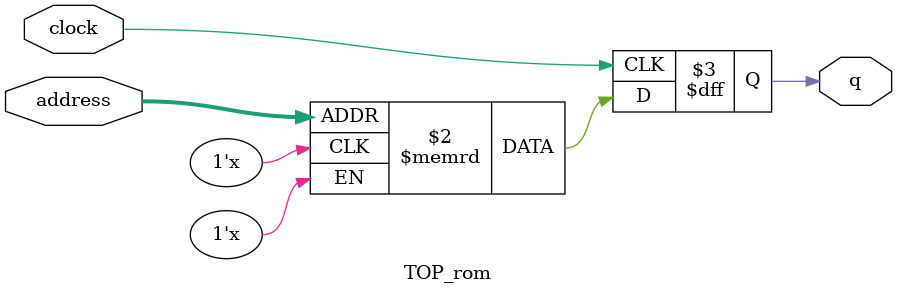
<source format=sv>
module TOP_rom (
	input logic clock,
	input logic [9:0] address,
	output logic [0:0] q
);

logic [0:0] memory [0:879] /* synthesis ram_init_file = "./TOP/TOP.mif" */;

always_ff @ (posedge clock) begin
	q <= memory[address];
end

endmodule

</source>
